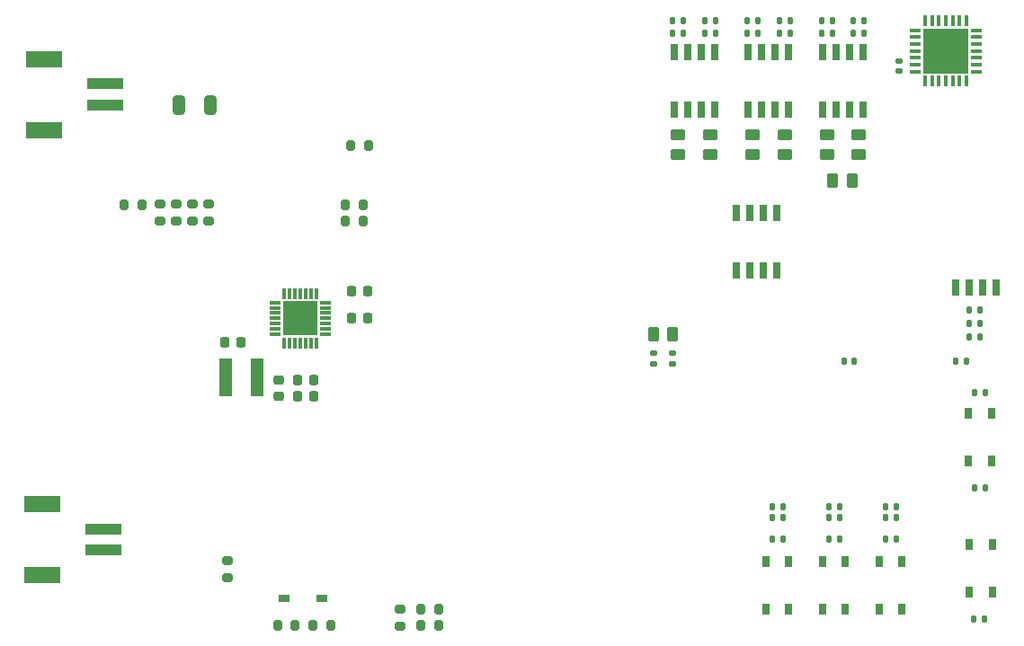
<source format=gtp>
%TF.GenerationSoftware,KiCad,Pcbnew,7.0.10*%
%TF.CreationDate,2024-05-16T19:43:24+02:00*%
%TF.ProjectId,SolarEnergyManager_v1.0,536f6c61-7245-46e6-9572-67794d616e61,rev?*%
%TF.SameCoordinates,Original*%
%TF.FileFunction,Paste,Top*%
%TF.FilePolarity,Positive*%
%FSLAX46Y46*%
G04 Gerber Fmt 4.6, Leading zero omitted, Abs format (unit mm)*
G04 Created by KiCad (PCBNEW 7.0.10) date 2024-05-16 19:43:24*
%MOMM*%
%LPD*%
G01*
G04 APERTURE LIST*
G04 Aperture macros list*
%AMRoundRect*
0 Rectangle with rounded corners*
0 $1 Rounding radius*
0 $2 $3 $4 $5 $6 $7 $8 $9 X,Y pos of 4 corners*
0 Add a 4 corners polygon primitive as box body*
4,1,4,$2,$3,$4,$5,$6,$7,$8,$9,$2,$3,0*
0 Add four circle primitives for the rounded corners*
1,1,$1+$1,$2,$3*
1,1,$1+$1,$4,$5*
1,1,$1+$1,$6,$7*
1,1,$1+$1,$8,$9*
0 Add four rect primitives between the rounded corners*
20,1,$1+$1,$2,$3,$4,$5,0*
20,1,$1+$1,$4,$5,$6,$7,0*
20,1,$1+$1,$6,$7,$8,$9,0*
20,1,$1+$1,$8,$9,$2,$3,0*%
G04 Aperture macros list end*
%ADD10RoundRect,0.250000X0.262500X0.450000X-0.262500X0.450000X-0.262500X-0.450000X0.262500X-0.450000X0*%
%ADD11RoundRect,0.225000X-0.225000X-0.250000X0.225000X-0.250000X0.225000X0.250000X-0.225000X0.250000X0*%
%ADD12RoundRect,0.135000X-0.135000X-0.185000X0.135000X-0.185000X0.135000X0.185000X-0.135000X0.185000X0*%
%ADD13RoundRect,0.147500X-0.147500X-0.172500X0.147500X-0.172500X0.147500X0.172500X-0.147500X0.172500X0*%
%ADD14RoundRect,0.250000X-0.450000X0.262500X-0.450000X-0.262500X0.450000X-0.262500X0.450000X0.262500X0*%
%ADD15RoundRect,0.200000X0.200000X0.275000X-0.200000X0.275000X-0.200000X-0.275000X0.200000X-0.275000X0*%
%ADD16RoundRect,0.200000X0.275000X-0.200000X0.275000X0.200000X-0.275000X0.200000X-0.275000X-0.200000X0*%
%ADD17R,0.700000X1.525000*%
%ADD18RoundRect,0.200000X-0.200000X-0.275000X0.200000X-0.275000X0.200000X0.275000X-0.200000X0.275000X0*%
%ADD19RoundRect,0.250000X-0.262500X-0.450000X0.262500X-0.450000X0.262500X0.450000X-0.262500X0.450000X0*%
%ADD20RoundRect,0.147500X0.147500X0.172500X-0.147500X0.172500X-0.147500X-0.172500X0.147500X-0.172500X0*%
%ADD21RoundRect,0.135000X0.135000X0.185000X-0.135000X0.185000X-0.135000X-0.185000X0.135000X-0.185000X0*%
%ADD22RoundRect,0.218750X-0.218750X-0.256250X0.218750X-0.256250X0.218750X0.256250X-0.218750X0.256250X0*%
%ADD23R,1.050000X0.350000*%
%ADD24R,0.350000X1.050000*%
%ADD25R,4.200000X4.200000*%
%ADD26RoundRect,0.140000X-0.140000X-0.170000X0.140000X-0.170000X0.140000X0.170000X-0.140000X0.170000X0*%
%ADD27R,0.750000X1.000000*%
%ADD28R,0.300000X1.000000*%
%ADD29R,1.000000X0.300000*%
%ADD30R,3.250000X3.250000*%
%ADD31RoundRect,0.225000X0.225000X0.250000X-0.225000X0.250000X-0.225000X-0.250000X0.225000X-0.250000X0*%
%ADD32RoundRect,0.250000X-0.325000X-0.650000X0.325000X-0.650000X0.325000X0.650000X-0.325000X0.650000X0*%
%ADD33R,0.700000X1.600000*%
%ADD34RoundRect,0.140000X0.140000X0.170000X-0.140000X0.170000X-0.140000X-0.170000X0.140000X-0.170000X0*%
%ADD35R,3.505200X0.990600*%
%ADD36R,3.403600X1.498600*%
%ADD37RoundRect,0.140000X-0.170000X0.140000X-0.170000X-0.140000X0.170000X-0.140000X0.170000X0.140000X0*%
%ADD38R,1.150000X3.600000*%
%ADD39RoundRect,0.135000X-0.185000X0.135000X-0.185000X-0.135000X0.185000X-0.135000X0.185000X0.135000X0*%
%ADD40R,1.050000X0.750000*%
%ADD41RoundRect,0.135000X0.185000X-0.135000X0.185000X0.135000X-0.185000X0.135000X-0.185000X-0.135000X0*%
%ADD42RoundRect,0.225000X-0.250000X0.225000X-0.250000X-0.225000X0.250000X-0.225000X0.250000X0.225000X0*%
G04 APERTURE END LIST*
D10*
%TO.C,RLS6*%
X165504500Y-98298000D03*
X163679500Y-98298000D03*
%TD*%
D11*
%TO.C,CHV1*%
X118351000Y-108712000D03*
X119901000Y-108712000D03*
%TD*%
D12*
%TO.C,R621*%
X155612000Y-83200000D03*
X156632000Y-83200000D03*
%TD*%
D13*
%TO.C,USB_LED1*%
X175283000Y-115316000D03*
X176253000Y-115316000D03*
%TD*%
D14*
%TO.C,RLS2*%
X156122000Y-93987500D03*
X156122000Y-95812500D03*
%TD*%
D15*
%TO.C,R7*%
X126555000Y-140208000D03*
X124905000Y-140208000D03*
%TD*%
D16*
%TO.C,R26*%
X122936000Y-140271000D03*
X122936000Y-138621000D03*
%TD*%
D17*
%TO.C,Q606*%
X166527000Y-86188000D03*
X165257000Y-86188000D03*
X163987000Y-86188000D03*
X162717000Y-86188000D03*
X162717000Y-91612000D03*
X163987000Y-91612000D03*
X165257000Y-91612000D03*
X166527000Y-91612000D03*
%TD*%
D18*
%TO.C,R5*%
X117793000Y-102108000D03*
X119443000Y-102108000D03*
%TD*%
D19*
%TO.C,RsA3*%
X146788500Y-112776000D03*
X148613500Y-112776000D03*
%TD*%
D20*
%TO.C,D201*%
X158981000Y-129032000D03*
X158011000Y-129032000D03*
%TD*%
D12*
%TO.C,R620*%
X151612000Y-83200000D03*
X152632000Y-83200000D03*
%TD*%
D21*
%TO.C,R401*%
X177548000Y-110490000D03*
X176528000Y-110490000D03*
%TD*%
D12*
%TO.C,R616*%
X158612000Y-84400000D03*
X159632000Y-84400000D03*
%TD*%
D14*
%TO.C,RLS5*%
X166122000Y-93987500D03*
X166122000Y-95812500D03*
%TD*%
D22*
%TO.C,LBUCK1*%
X113258500Y-117094000D03*
X114833500Y-117094000D03*
%TD*%
D14*
%TO.C,RLS3*%
X159122000Y-93987500D03*
X159122000Y-95812500D03*
%TD*%
D21*
%TO.C,R212*%
X169674000Y-132080000D03*
X168654000Y-132080000D03*
%TD*%
D23*
%TO.C,IC403*%
X171476000Y-84100000D03*
X171476000Y-84750000D03*
X171476000Y-85400000D03*
X171476000Y-86050000D03*
X171476000Y-86700000D03*
X171476000Y-87350000D03*
X171476000Y-88000000D03*
D24*
X172376000Y-88900000D03*
X173026000Y-88900000D03*
X173676000Y-88900000D03*
X174326000Y-88900000D03*
X174976000Y-88900000D03*
X175626000Y-88900000D03*
X176276000Y-88900000D03*
D23*
X177176000Y-88000000D03*
X177176000Y-87350000D03*
X177176000Y-86700000D03*
X177176000Y-86050000D03*
X177176000Y-85400000D03*
X177176000Y-84750000D03*
X177176000Y-84100000D03*
D24*
X176276000Y-83200000D03*
X175626000Y-83200000D03*
X174976000Y-83200000D03*
X174326000Y-83200000D03*
X173676000Y-83200000D03*
X173026000Y-83200000D03*
X172376000Y-83200000D03*
D25*
X174326000Y-86050000D03*
%TD*%
D26*
%TO.C,C213*%
X177066000Y-118237000D03*
X178026000Y-118237000D03*
%TD*%
D27*
%TO.C,S205*%
X170180000Y-138684000D03*
X170180000Y-134184000D03*
X168030000Y-134184000D03*
X168030000Y-138684000D03*
%TD*%
D14*
%TO.C,RLS4*%
X163122000Y-93987500D03*
X163122000Y-95812500D03*
%TD*%
D21*
%TO.C,R210*%
X159006000Y-132080000D03*
X157986000Y-132080000D03*
%TD*%
D28*
%TO.C,IC1*%
X112042000Y-113610000D03*
X112542000Y-113610000D03*
X113042000Y-113610000D03*
X113542000Y-113610000D03*
X114042000Y-113610000D03*
X114542000Y-113610000D03*
X115042000Y-113610000D03*
D29*
X115892000Y-112760000D03*
X115892000Y-112260000D03*
X115892000Y-111760000D03*
X115892000Y-111260000D03*
X115892000Y-110760000D03*
X115892000Y-110260000D03*
X115892000Y-109760000D03*
D28*
X115042000Y-108910000D03*
X114542000Y-108910000D03*
X114042000Y-108910000D03*
X113542000Y-108910000D03*
X113042000Y-108910000D03*
X112542000Y-108910000D03*
X112042000Y-108910000D03*
D29*
X111192000Y-109760000D03*
X111192000Y-110260000D03*
X111192000Y-110760000D03*
X111192000Y-111260000D03*
X111192000Y-111760000D03*
X111192000Y-112260000D03*
X111192000Y-112760000D03*
D30*
X113542000Y-111260000D03*
%TD*%
D11*
%TO.C,CLV1*%
X118351000Y-111252000D03*
X119901000Y-111252000D03*
%TD*%
D12*
%TO.C,R205*%
X163320000Y-130048000D03*
X164340000Y-130048000D03*
%TD*%
D31*
%TO.C,CSRC1*%
X107967000Y-113546000D03*
X106417000Y-113546000D03*
%TD*%
D20*
%TO.C,VReg_LED1*%
X165712000Y-115316000D03*
X164742000Y-115316000D03*
%TD*%
D27*
%TO.C,S201*%
X178621000Y-124714000D03*
X178621000Y-120214000D03*
X176471000Y-120214000D03*
X176471000Y-124714000D03*
%TD*%
D12*
%TO.C,R204*%
X157986000Y-130048000D03*
X159006000Y-130048000D03*
%TD*%
%TO.C,R617*%
X162612000Y-84400000D03*
X163632000Y-84400000D03*
%TD*%
D17*
%TO.C,Q6S12*%
X158369000Y-101301000D03*
X157099000Y-101301000D03*
X155829000Y-101301000D03*
X154559000Y-101301000D03*
X154559000Y-106725000D03*
X155829000Y-106725000D03*
X157099000Y-106725000D03*
X158369000Y-106725000D03*
%TD*%
D32*
%TO.C,CBATT1*%
X102106200Y-91135200D03*
X105056200Y-91135200D03*
%TD*%
D15*
%TO.C,R8*%
X126555000Y-138684000D03*
X124905000Y-138684000D03*
%TD*%
D33*
%TO.C,IC401*%
X175208000Y-108384000D03*
X176478000Y-108384000D03*
X177748000Y-108384000D03*
X179018000Y-108384000D03*
%TD*%
D34*
%TO.C,C402*%
X177518000Y-113030000D03*
X176558000Y-113030000D03*
%TD*%
D20*
%TO.C,D203*%
X169649000Y-129032000D03*
X168679000Y-129032000D03*
%TD*%
D35*
%TO.C,J_BATT1*%
X95157300Y-89169999D03*
X95157300Y-91170001D03*
D36*
X89407299Y-86819999D03*
X89407299Y-93520001D03*
%TD*%
D12*
%TO.C,R614*%
X151612000Y-84400000D03*
X152632000Y-84400000D03*
%TD*%
D37*
%TO.C,C404*%
X169926000Y-87023000D03*
X169926000Y-87983000D03*
%TD*%
D12*
%TO.C,R206*%
X168654000Y-130048000D03*
X169674000Y-130048000D03*
%TD*%
D38*
%TO.C,LBOOST1*%
X109429000Y-116848000D03*
X106479000Y-116848000D03*
%TD*%
D35*
%TO.C,J_PRIM1*%
X94996000Y-131095998D03*
X94996000Y-133096000D03*
D36*
X89245999Y-128745998D03*
X89245999Y-135446000D03*
%TD*%
D16*
%TO.C,R29*%
X106680000Y-135699000D03*
X106680000Y-134049000D03*
%TD*%
D31*
%TO.C,CBUCK1*%
X114821000Y-118618000D03*
X113271000Y-118618000D03*
%TD*%
D18*
%TO.C,R25*%
X96965000Y-100521000D03*
X98615000Y-100521000D03*
%TD*%
D39*
%TO.C,RVd3*%
X146812000Y-114552000D03*
X146812000Y-115572000D03*
%TD*%
D12*
%TO.C,R618*%
X165612000Y-84400000D03*
X166632000Y-84400000D03*
%TD*%
D16*
%TO.C,R4*%
X100330000Y-102108000D03*
X100330000Y-100458000D03*
%TD*%
D12*
%TO.C,R624*%
X165612000Y-83200000D03*
X166632000Y-83200000D03*
%TD*%
D16*
%TO.C,R3*%
X101854000Y-102108000D03*
X101854000Y-100458000D03*
%TD*%
D21*
%TO.C,R211*%
X164340000Y-132080000D03*
X163320000Y-132080000D03*
%TD*%
D12*
%TO.C,R622*%
X158612000Y-83200000D03*
X159632000Y-83200000D03*
%TD*%
%TO.C,R615*%
X155612000Y-84400000D03*
X156632000Y-84400000D03*
%TD*%
D27*
%TO.C,S204*%
X164846000Y-138684000D03*
X164846000Y-134184000D03*
X162696000Y-134184000D03*
X162696000Y-138684000D03*
%TD*%
D14*
%TO.C,RLS1*%
X152122000Y-93987500D03*
X152122000Y-95812500D03*
%TD*%
D21*
%TO.C,R207*%
X178056000Y-127254000D03*
X177036000Y-127254000D03*
%TD*%
D12*
%TO.C,R619*%
X148612000Y-83200000D03*
X149632000Y-83200000D03*
%TD*%
D40*
%TO.C,D1*%
X111992000Y-137668000D03*
X115592000Y-137668000D03*
%TD*%
D12*
%TO.C,R613*%
X148612000Y-84400000D03*
X149632000Y-84400000D03*
%TD*%
D41*
%TO.C,RsV3*%
X148590000Y-115572000D03*
X148590000Y-114552000D03*
%TD*%
D20*
%TO.C,D202*%
X164315000Y-129032000D03*
X163345000Y-129032000D03*
%TD*%
D34*
%TO.C,C401*%
X177518000Y-111760000D03*
X176558000Y-111760000D03*
%TD*%
D27*
%TO.C,S202*%
X178680000Y-137026000D03*
X178680000Y-132526000D03*
X176530000Y-132526000D03*
X176530000Y-137026000D03*
%TD*%
D16*
%TO.C,R2*%
X103378000Y-102108000D03*
X103378000Y-100458000D03*
%TD*%
D42*
%TO.C,CBOOST1*%
X111506000Y-117081000D03*
X111506000Y-118631000D03*
%TD*%
D18*
%TO.C,R28*%
X111380000Y-140208000D03*
X113030000Y-140208000D03*
%TD*%
D15*
%TO.C,R30*%
X119951000Y-94996000D03*
X118301000Y-94996000D03*
%TD*%
D18*
%TO.C,R6*%
X117793000Y-100584000D03*
X119443000Y-100584000D03*
%TD*%
D27*
%TO.C,S203*%
X159512000Y-138684000D03*
X159512000Y-134184000D03*
X157362000Y-134184000D03*
X157362000Y-138684000D03*
%TD*%
D18*
%TO.C,R27*%
X114745000Y-140208000D03*
X116395000Y-140208000D03*
%TD*%
D16*
%TO.C,R1*%
X104902000Y-102108000D03*
X104902000Y-100458000D03*
%TD*%
D17*
%TO.C,Q604*%
X152527000Y-86188000D03*
X151257000Y-86188000D03*
X149987000Y-86188000D03*
X148717000Y-86188000D03*
X148717000Y-91612000D03*
X149987000Y-91612000D03*
X151257000Y-91612000D03*
X152527000Y-91612000D03*
%TD*%
D12*
%TO.C,R623*%
X162612000Y-83200000D03*
X163632000Y-83200000D03*
%TD*%
D14*
%TO.C,RLS0*%
X149122000Y-93987500D03*
X149122000Y-95812500D03*
%TD*%
D17*
%TO.C,Q605*%
X159527000Y-86188000D03*
X158257000Y-86188000D03*
X156987000Y-86188000D03*
X155717000Y-86188000D03*
X155717000Y-91612000D03*
X156987000Y-91612000D03*
X158257000Y-91612000D03*
X159527000Y-91612000D03*
%TD*%
D12*
%TO.C,R208*%
X176968000Y-139573000D03*
X177988000Y-139573000D03*
%TD*%
M02*

</source>
